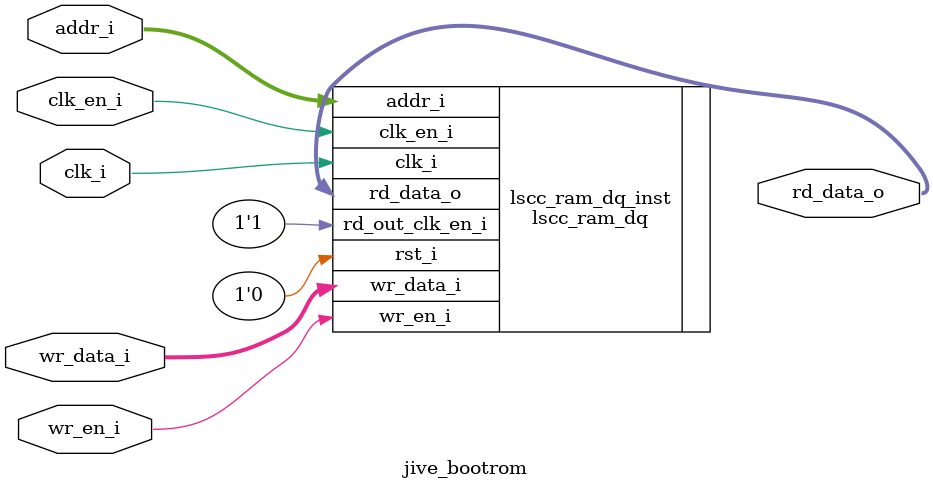
<source format=v>
/*******************************************************************************
    Verilog netlist generated by IPGEN Radiant
    Soft IP Version: 1.0.0
    Sun Nov 25 22:20:59 2018
*******************************************************************************/
/*******************************************************************************
    Include IP core template files.
*******************************************************************************/
`include "core/lscc_ram_dq.v"
/*******************************************************************************
    Wrapper Module generated per user settings.
*******************************************************************************/
module jive_bootrom (clk_i, clk_en_i, wr_en_i, wr_data_i, addr_i, rd_data_o);
    input  clk_i;
    input  clk_en_i;
    input  wr_en_i;
    input  [31:0]  wr_data_i;
    input  [7:0]  addr_i;
    output  [31:0]  rd_data_o;
    lscc_ram_dq #(.ADDR_DEPTH(256),
        .DATA_WIDTH(32),
        .ADDR_WIDTH(8),
        .REGMODE("noreg"),
        .RESETMODE("sync"),
        .INIT_MODE("mem_file"),
        .INIT_FILE("misc/uart_boot_jive_bootrom_copy.mem"),
        .INIT_FILE_FORMAT("hex"))
    lscc_ram_dq_inst(.clk_i(clk_i),
        .rst_i(1'b0),
        .clk_en_i(clk_en_i),
        .rd_out_clk_en_i(1'b1),
        .wr_en_i(wr_en_i),
        .wr_data_i(wr_data_i),
        .addr_i(addr_i),
        .rd_data_o(rd_data_o));
endmodule
</source>
